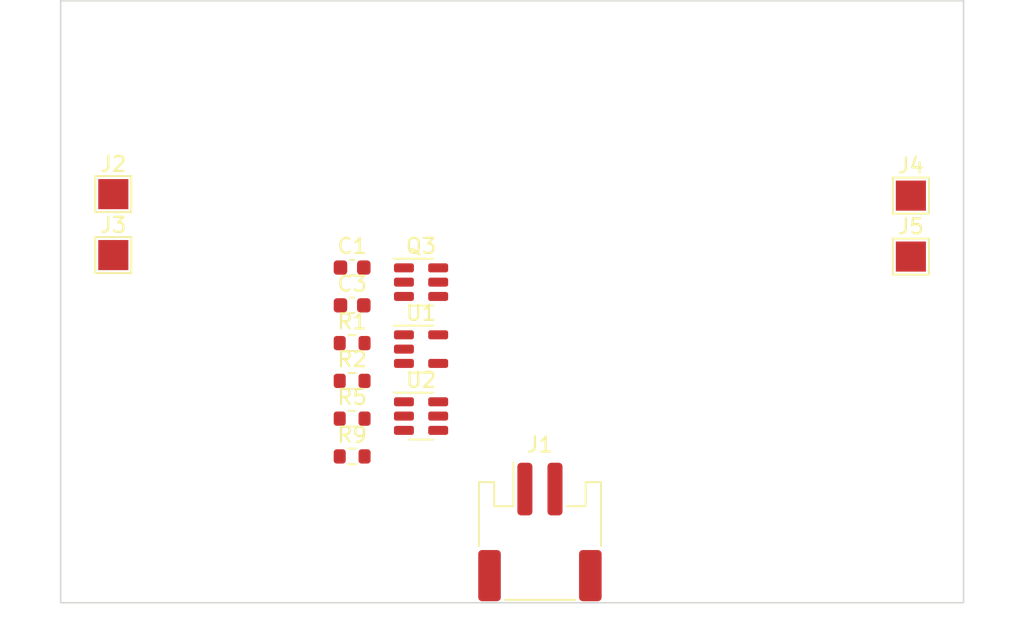
<source format=kicad_pcb>
(kicad_pcb (version 20221018) (generator pcbnew)
  (layers (0 "F.Cu" signal) (31 "B.Cu" signal) (34 "B.Paste" user) (35 "F.Paste" user) (36 "B.SilkS" user "B.Silkscreen") (37 "F.SilkS" user "F.Silkscreen") (38 "B.Mask" user) (39 "F.Mask" user) (44 "Edge.Cuts" user))
  (net 0 "")
  (net 1 "Net-(U2-Vcc)")
  (net 2 "GND")
  (net 3 "/VBat+")
  (net 5 "Net-(U1-PROG)")
  (net 7 "+5V")
  (net 8 "/VBat-")
  (net 9 "/ChgStat")
  (net 10 "/U2_OD")
  (net 11 "/U2_OC")
  (net 12 "/U2_CS")
  (footprint "TestPoint:TestPoint_Pad_2.0x2.0mm" (layer "F.Cu") (at 120.59 82.08)
    (fp_text reference "J2" (at 0 -1.998) (layer "F.SilkS"))
    (fp_text value "Conn_01x01_Socket")
    (fp_line (start -1.2 -1.2) (end 1.2 -1.2) (stroke (width 0.12)) (layer "F.SilkS"))
    (fp_line (start -1.2 1.2) (end -1.2 -1.2) (stroke (width 0.12)) (layer "F.SilkS"))
    (fp_line (start 1.2 -1.2) (end 1.2 1.2) (stroke (width 0.12)) (layer "F.SilkS"))
    (fp_line (start 1.2 1.2) (end -1.2 1.2) (stroke (width 0.12)) (layer "F.SilkS"))
    (pad "1" smd rect (at 0 0) (size 2 2) (layers "F.Cu" "F.Mask") (net 7 "+5V"))
  )
  (footprint "Resistor_SMD:R_0603_1608Metric" (layer "F.Cu") (at 136.46 91.98)
    (fp_text reference "R1" (at 0 -1.43) (layer "F.SilkS"))
    (fp_text value "3k")
    (fp_line (start -0.237258 -0.5225) (end 0.237258 -0.5225) (stroke (width 0.12)) (layer "F.SilkS"))
    (fp_line (start -0.237258 0.5225) (end 0.237258 0.5225) (stroke (width 0.12)) (layer "F.SilkS"))
    (pad "1" smd roundrect (at -0.825 0) (size 0.8 0.95) (layers "F.Cu" "F.Paste" "F.Mask") (net 2 "GND"))
    (pad "2" smd roundrect (at 0.825 0) (size 0.8 0.95) (layers "F.Cu" "F.Paste" "F.Mask") (net 5 "Net-(U1-PROG)"))
  )
  (footprint "Capacitor_SMD:C_0603_1608Metric" (layer "F.Cu") (at 136.46 86.96)
    (fp_text reference "C1" (at 0 -1.43) (layer "F.SilkS"))
    (fp_text value "100nF")
    (fp_line (start -0.14058 -0.51) (end 0.14058 -0.51) (stroke (width 0.12)) (layer "F.SilkS"))
    (fp_line (start -0.14058 0.51) (end 0.14058 0.51) (stroke (width 0.12)) (layer "F.SilkS"))
    (pad "1" smd roundrect (at -0.775 0) (size 0.9 0.95) (layers "F.Cu" "F.Paste" "F.Mask") (net 1 "Net-(U2-Vcc)"))
    (pad "2" smd roundrect (at 0.775 0) (size 0.9 0.95) (layers "F.Cu" "F.Paste" "F.Mask") (net 8 "/VBat-"))
  )
  (footprint "Resistor_SMD:R_0603_1608Metric" (layer "F.Cu") (at 136.46 97)
    (fp_text reference "R5" (at 0 -1.43) (layer "F.SilkS"))
    (fp_text value "330R")
    (fp_line (start -0.237258 -0.5225) (end 0.237258 -0.5225) (stroke (width 0.12)) (layer "F.SilkS"))
    (fp_line (start -0.237258 0.5225) (end 0.237258 0.5225) (stroke (width 0.12)) (layer "F.SilkS"))
    (pad "1" smd roundrect (at -0.825 0) (size 0.8 0.95) (layers "F.Cu" "F.Paste" "F.Mask") (net 1 "Net-(U2-Vcc)"))
    (pad "2" smd roundrect (at 0.825 0) (size 0.8 0.95) (layers "F.Cu" "F.Paste" "F.Mask") (net 3 "/VBat+"))
  )
  (footprint "TestPoint:TestPoint_Pad_2.0x2.0mm" (layer "F.Cu") (at 120.59 86.13)
    (fp_text reference "J3" (at 0 -1.998) (layer "F.SilkS"))
    (fp_text value "Conn_01x01_Socket")
    (fp_line (start -1.2 -1.2) (end 1.2 -1.2) (stroke (width 0.12)) (layer "F.SilkS"))
    (fp_line (start -1.2 1.2) (end -1.2 -1.2) (stroke (width 0.12)) (layer "F.SilkS"))
    (fp_line (start 1.2 -1.2) (end 1.2 1.2) (stroke (width 0.12)) (layer "F.SilkS"))
    (fp_line (start 1.2 1.2) (end -1.2 1.2) (stroke (width 0.12)) (layer "F.SilkS"))
    (pad "1" smd rect (at 0 0) (size 2 2) (layers "F.Cu" "F.Mask") (net 2 "GND"))
  )
  (footprint "Package_TO_SOT_SMD:SOT-23-6" (layer "F.Cu") (at 141.04 87.93)
    (fp_text reference "Q3" (at 0 -2.4) (layer "F.SilkS"))
    (fp_text value "DMG9926UDM")
    (fp_line (start 0 -1.56) (end -1.8 -1.56) (stroke (width 0.12)) (layer "F.SilkS"))
    (fp_line (start 0 -1.56) (end 0.8 -1.56) (stroke (width 0.12)) (layer "F.SilkS"))
    (fp_line (start 0 1.56) (end -0.8 1.56) (stroke (width 0.12)) (layer "F.SilkS"))
    (fp_line (start 0 1.56) (end 0.8 1.56) (stroke (width 0.12)) (layer "F.SilkS"))
    (pad "1" smd roundrect (at -1.1375 -0.95) (size 1.325 0.6) (layers "F.Cu" "F.Paste" "F.Mask") (net 2 "GND"))
    (pad "2" smd roundrect (at -1.1375 0) (size 1.325 0.6) (layers "F.Cu" "F.Paste" "F.Mask"))
    (pad "3" smd roundrect (at -1.1375 0.95) (size 1.325 0.6) (layers "F.Cu" "F.Paste" "F.Mask") (net 8 "/VBat-"))
    (pad "4" smd roundrect (at 1.1375 0.95) (size 1.325 0.6) (layers "F.Cu" "F.Paste" "F.Mask") (net 10 "/U2_OD"))
    (pad "5" smd roundrect (at 1.1375 0) (size 1.325 0.6) (layers "F.Cu" "F.Paste" "F.Mask"))
    (pad "6" smd roundrect (at 1.1375 -0.95) (size 1.325 0.6) (layers "F.Cu" "F.Paste" "F.Mask") (net 11 "/U2_OC"))
  )
  (footprint "Connector_JST:JST_PH_S2B-PH-SM4-TB_1x02-1MP_P2.00mm_Horizontal" (layer "F.Cu") (at 148.94 104.53)
    (fp_text reference "J1" (at 0 -5.8) (layer "F.SilkS"))
    (fp_text value "Conn_01x02_Female")
    (fp_line (start -4.06 -3.31) (end -3.04 -3.31) (stroke (width 0.12)) (layer "F.SilkS"))
    (fp_line (start -4.06 0.94) (end -4.06 -3.31) (stroke (width 0.12)) (layer "F.SilkS"))
    (fp_line (start -3.04 -3.31) (end -3.04 -1.71) (stroke (width 0.12)) (layer "F.SilkS"))
    (fp_line (start -3.04 -1.71) (end -1.76 -1.71) (stroke (width 0.12)) (layer "F.SilkS"))
    (fp_line (start -2.34 4.51) (end 2.34 4.51) (stroke (width 0.12)) (layer "F.SilkS"))
    (fp_line (start -1.76 -1.71) (end -1.76 -4.6) (stroke (width 0.12)) (layer "F.SilkS"))
    (fp_line (start 3.04 -3.31) (end 3.04 -1.71) (stroke (width 0.12)) (layer "F.SilkS"))
    (fp_line (start 3.04 -1.71) (end 1.76 -1.71) (stroke (width 0.12)) (layer "F.SilkS"))
    (fp_line (start 4.06 -3.31) (end 3.04 -3.31) (stroke (width 0.12)) (layer "F.SilkS"))
    (fp_line (start 4.06 0.94) (end 4.06 -3.31) (stroke (width 0.12)) (layer "F.SilkS"))
    (pad "1" smd roundrect (at -1 -2.85) (size 1 3.5) (layers "F.Cu" "F.Paste" "F.Mask") (net 3 "/VBat+"))
    (pad "2" smd roundrect (at 1 -2.85) (size 1 3.5) (layers "F.Cu" "F.Paste" "F.Mask") (net 8 "/VBat-"))
    (pad "MP" smd roundrect (at -3.35 2.9) (size 1.5 3.4) (layers "F.Cu" "F.Paste" "F.Mask") (roundrect_rratio 0.166667))
    (pad "MP" smd roundrect (at 3.35 2.9) (size 1.5 3.4) (layers "F.Cu" "F.Paste" "F.Mask") (roundrect_rratio 0.166667))
  )
  (footprint "TestPoint:TestPoint_Pad_2.0x2.0mm" (layer "F.Cu") (at 173.59 86.23)
    (fp_text reference "J5" (at 0 -1.998) (layer "F.SilkS"))
    (fp_text value "Conn_01x01_Socket")
    (fp_line (start -1.2 -1.2) (end 1.2 -1.2) (stroke (width 0.12)) (layer "F.SilkS"))
    (fp_line (start -1.2 1.2) (end -1.2 -1.2) (stroke (width 0.12)) (layer "F.SilkS"))
    (fp_line (start 1.2 -1.2) (end 1.2 1.2) (stroke (width 0.12)) (layer "F.SilkS"))
    (fp_line (start 1.2 1.2) (end -1.2 1.2) (stroke (width 0.12)) (layer "F.SilkS"))
    (pad "1" smd rect (at 0 0) (size 2 2) (layers "F.Cu" "F.Mask") (net 3 "/VBat+"))
  )
  (footprint "Resistor_SMD:R_0603_1608Metric" (layer "F.Cu") (at 136.46 94.49)
    (fp_text reference "R2" (at 0 -1.43) (layer "F.SilkS"))
    (fp_text value "1k")
    (fp_line (start -0.237258 -0.5225) (end 0.237258 -0.5225) (stroke (width 0.12)) (layer "F.SilkS"))
    (fp_line (start -0.237258 0.5225) (end 0.237258 0.5225) (stroke (width 0.12)) (layer "F.SilkS"))
    (pad "1" smd roundrect (at -0.825 0) (size 0.8 0.95) (layers "F.Cu" "F.Paste" "F.Mask") (net 12 "/U2_CS"))
    (pad "2" smd roundrect (at 0.825 0) (size 0.8 0.95) (layers "F.Cu" "F.Paste" "F.Mask") (net 2 "GND"))
  )
  (footprint "Resistor_SMD:R_0603_1608Metric" (layer "F.Cu") (at 136.46 99.51)
    (fp_text reference "R9" (at 0 -1.43) (layer "F.SilkS"))
    (fp_text value "10k")
    (fp_line (start -0.237258 -0.5225) (end 0.237258 -0.5225) (stroke (width 0.12)) (layer "F.SilkS"))
    (fp_line (start -0.237258 0.5225) (end 0.237258 0.5225) (stroke (width 0.12)) (layer "F.SilkS"))
    (pad "1" smd roundrect (at -0.825 0) (size 0.8 0.95) (layers "F.Cu" "F.Paste" "F.Mask") (net 9 "/ChgStat"))
    (pad "2" smd roundrect (at 0.825 0) (size 0.8 0.95) (layers "F.Cu" "F.Paste" "F.Mask") (net 7 "+5V"))
  )
  (footprint "Package_TO_SOT_SMD:SOT-23-6" (layer "F.Cu") (at 141.04 96.83)
    (fp_text reference "U2" (at 0 -2.4) (layer "F.SilkS"))
    (fp_text value "DW01")
    (fp_line (start 0 -1.56) (end -1.8 -1.56) (stroke (width 0.12)) (layer "F.SilkS"))
    (fp_line (start 0 -1.56) (end 0.8 -1.56) (stroke (width 0.12)) (layer "F.SilkS"))
    (fp_line (start 0 1.56) (end -0.8 1.56) (stroke (width 0.12)) (layer "F.SilkS"))
    (fp_line (start 0 1.56) (end 0.8 1.56) (stroke (width 0.12)) (layer "F.SilkS"))
    (pad "1" smd roundrect (at -1.1375 -0.95) (size 1.325 0.6) (layers "F.Cu" "F.Paste" "F.Mask") (net 10 "/U2_OD"))
    (pad "2" smd roundrect (at -1.1375 0) (size 1.325 0.6) (layers "F.Cu" "F.Paste" "F.Mask") (net 12 "/U2_CS"))
    (pad "3" smd roundrect (at -1.1375 0.95) (size 1.325 0.6) (layers "F.Cu" "F.Paste" "F.Mask") (net 11 "/U2_OC"))
    (pad "4" smd roundrect (at 1.1375 0.95) (size 1.325 0.6) (layers "F.Cu" "F.Paste" "F.Mask"))
    (pad "5" smd roundrect (at 1.1375 0) (size 1.325 0.6) (layers "F.Cu" "F.Paste" "F.Mask") (net 1 "Net-(U2-Vcc)"))
    (pad "6" smd roundrect (at 1.1375 -0.95) (size 1.325 0.6) (layers "F.Cu" "F.Paste" "F.Mask") (net 8 "/VBat-"))
  )
  (footprint "TestPoint:TestPoint_Pad_2.0x2.0mm" (layer "F.Cu") (at 173.59 82.18)
    (fp_text reference "J4" (at 0 -1.998) (layer "F.SilkS"))
    (fp_text value "Conn_01x01_Socket")
    (fp_line (start -1.2 -1.2) (end 1.2 -1.2) (stroke (width 0.12)) (layer "F.SilkS"))
    (fp_line (start -1.2 1.2) (end -1.2 -1.2) (stroke (width 0.12)) (layer "F.SilkS"))
    (fp_line (start 1.2 -1.2) (end 1.2 1.2) (stroke (width 0.12)) (layer "F.SilkS"))
    (fp_line (start 1.2 1.2) (end -1.2 1.2) (stroke (width 0.12)) (layer "F.SilkS"))
    (pad "1" smd rect (at 0 0) (size 2 2) (layers "F.Cu" "F.Mask") (net 2 "GND"))
  )
  (footprint "Package_TO_SOT_SMD:SOT-23-5" (layer "F.Cu") (at 141.04 92.38)
    (fp_text reference "U1" (at 0 -2.4) (layer "F.SilkS"))
    (fp_text value "MCP73831-5-OT")
    (fp_line (start 0 -1.56) (end -1.8 -1.56) (stroke (width 0.12)) (layer "F.SilkS"))
    (fp_line (start 0 -1.56) (end 0.8 -1.56) (stroke (width 0.12)) (layer "F.SilkS"))
    (fp_line (start 0 1.56) (end -0.8 1.56) (stroke (width 0.12)) (layer "F.SilkS"))
    (fp_line (start 0 1.56) (end 0.8 1.56) (stroke (width 0.12)) (layer "F.SilkS"))
    (pad "1" smd roundrect (at -1.1375 -0.95) (size 1.325 0.6) (layers "F.Cu" "F.Paste" "F.Mask") (net 9 "/ChgStat"))
    (pad "2" smd roundrect (at -1.1375 0) (size 1.325 0.6) (layers "F.Cu" "F.Paste" "F.Mask") (net 2 "GND"))
    (pad "3" smd roundrect (at -1.1375 0.95) (size 1.325 0.6) (layers "F.Cu" "F.Paste" "F.Mask") (net 3 "/VBat+"))
    (pad "4" smd roundrect (at 1.1375 0.95) (size 1.325 0.6) (layers "F.Cu" "F.Paste" "F.Mask") (net 7 "+5V"))
    (pad "5" smd roundrect (at 1.1375 -0.95) (size 1.325 0.6) (layers "F.Cu" "F.Paste" "F.Mask") (net 5 "Net-(U1-PROG)"))
  )
  (footprint "Capacitor_SMD:C_0603_1608Metric" (layer "F.Cu") (at 136.46 89.47)
    (fp_text reference "C3" (at 0 -1.43) (layer "F.SilkS"))
    (fp_text value "1uF")
    (fp_line (start -0.14058 -0.51) (end 0.14058 -0.51) (stroke (width 0.12)) (layer "F.SilkS"))
    (fp_line (start -0.14058 0.51) (end 0.14058 0.51) (stroke (width 0.12)) (layer "F.SilkS"))
    (pad "1" smd roundrect (at -0.775 0) (size 0.9 0.95) (layers "F.Cu" "F.Paste" "F.Mask") (net 7 "+5V"))
    (pad "2" smd roundrect (at 0.775 0) (size 0.9 0.95) (layers "F.Cu" "F.Paste" "F.Mask") (net 2 "GND"))
  )
  (gr_line (start 117.09 109.23) (end 117.09 69.23) (stroke (width 0.1)) (layer "Edge.Cuts"))
  (gr_line (start 177.09 69.23) (end 177.09 109.23) (stroke (width 0.1)) (layer "Edge.Cuts"))
  (gr_line (start 177.09 109.23) (end 117.09 109.23) (stroke (width 0.1)) (layer "Edge.Cuts"))
  (gr_line (start 117.09 69.23) (end 177.09 69.23) (stroke (width 0.1)) (layer "Edge.Cuts"))
)
</source>
